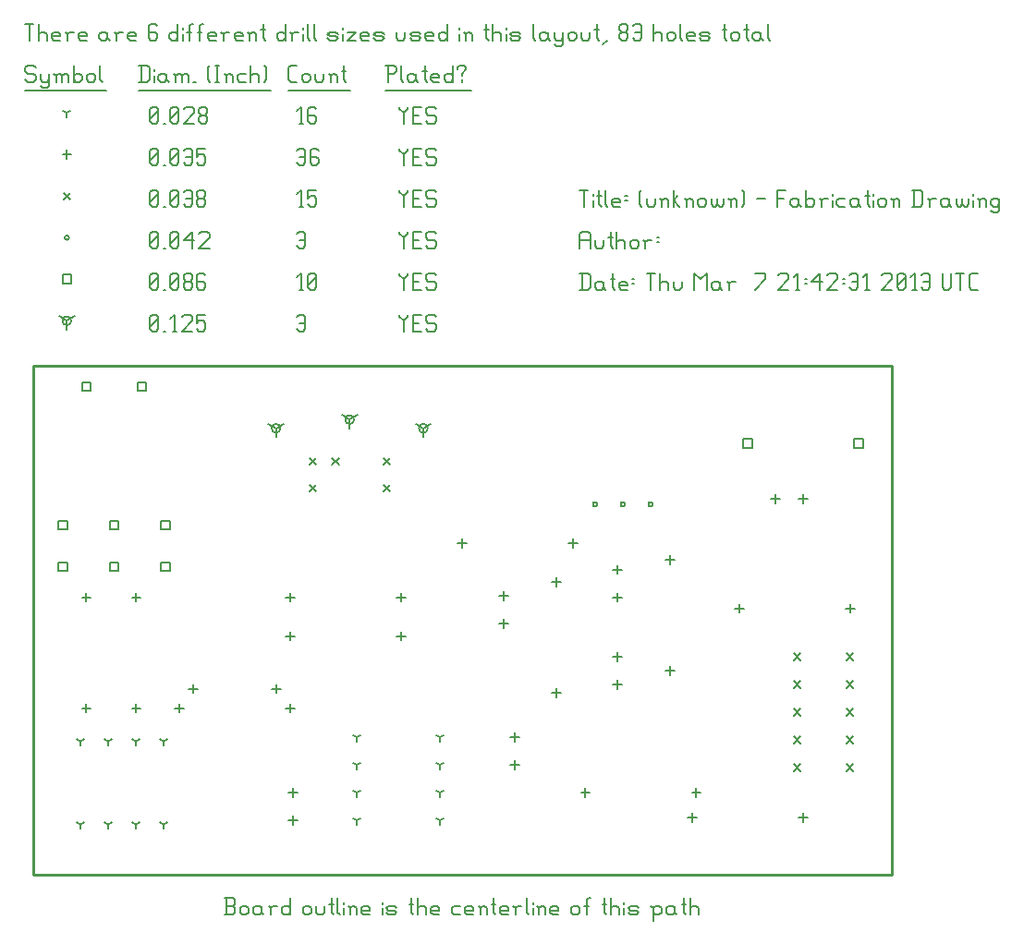
<source format=gbr>
G04 start of page 9 for group -3984 idx -3984 *
G04 Title: (unknown), fab *
G04 Creator: pcb 20110918 *
G04 CreationDate: Thu Mar  7 21:42:31 2013 UTC *
G04 For: fosse *
G04 Format: Gerber/RS-274X *
G04 PCB-Dimensions: 316500 193500 *
G04 PCB-Coordinate-Origin: lower left *
%MOIN*%
%FSLAX25Y25*%
%LNFAB*%
%ADD83C,0.0100*%
%ADD82C,0.0060*%
%ADD81C,0.0080*%
G54D81*X117000Y169083D02*Y165883D01*
Y169083D02*X119773Y170683D01*
X117000Y169083D02*X114227Y170683D01*
X115400Y169083D02*G75*G03X118600Y169083I1600J0D01*G01*
G75*G03X115400Y169083I-1600J0D01*G01*
X90425Y165933D02*Y162733D01*
Y165933D02*X93198Y167533D01*
X90425Y165933D02*X87652Y167533D01*
X88825Y165933D02*G75*G03X92025Y165933I1600J0D01*G01*
G75*G03X88825Y165933I-1600J0D01*G01*
X143575D02*Y162733D01*
Y165933D02*X146348Y167533D01*
X143575Y165933D02*X140802Y167533D01*
X141975Y165933D02*G75*G03X145175Y165933I1600J0D01*G01*
G75*G03X141975Y165933I-1600J0D01*G01*
X15000Y204750D02*Y201550D01*
Y204750D02*X17773Y206350D01*
X15000Y204750D02*X12227Y206350D01*
X13400Y204750D02*G75*G03X16600Y204750I1600J0D01*G01*
G75*G03X13400Y204750I-1600J0D01*G01*
G54D82*X135000Y207000D02*Y206250D01*
X136500Y204750D01*
X138000Y206250D01*
Y207000D02*Y206250D01*
X136500Y204750D02*Y201000D01*
X139800Y204000D02*X142050D01*
X139800Y201000D02*X142800D01*
X139800Y207000D02*Y201000D01*
Y207000D02*X142800D01*
X147600D02*X148350Y206250D01*
X145350Y207000D02*X147600D01*
X144600Y206250D02*X145350Y207000D01*
X144600Y206250D02*Y204750D01*
X145350Y204000D01*
X147600D01*
X148350Y203250D01*
Y201750D01*
X147600Y201000D02*X148350Y201750D01*
X145350Y201000D02*X147600D01*
X144600Y201750D02*X145350Y201000D01*
X98000Y206250D02*X98750Y207000D01*
X100250D01*
X101000Y206250D01*
Y201750D01*
X100250Y201000D02*X101000Y201750D01*
X98750Y201000D02*X100250D01*
X98000Y201750D02*X98750Y201000D01*
Y204000D02*X101000D01*
X45000Y201750D02*X45750Y201000D01*
X45000Y206250D02*Y201750D01*
Y206250D02*X45750Y207000D01*
X47250D01*
X48000Y206250D01*
Y201750D01*
X47250Y201000D02*X48000Y201750D01*
X45750Y201000D02*X47250D01*
X45000Y202500D02*X48000Y205500D01*
X49800Y201000D02*X50550D01*
X53100D02*X54600D01*
X53850Y207000D02*Y201000D01*
X52350Y205500D02*X53850Y207000D01*
X56400Y206250D02*X57150Y207000D01*
X59400D01*
X60150Y206250D01*
Y204750D01*
X56400Y201000D02*X60150Y204750D01*
X56400Y201000D02*X60150D01*
X61950Y207000D02*X64950D01*
X61950D02*Y204000D01*
X62700Y204750D01*
X64200D01*
X64950Y204000D01*
Y201750D01*
X64200Y201000D02*X64950Y201750D01*
X62700Y201000D02*X64200D01*
X61950Y201750D02*X62700Y201000D01*
X258900Y162100D02*X262100D01*
X258900D02*Y158900D01*
X262100D01*
Y162100D02*Y158900D01*
X298900Y162100D02*X302100D01*
X298900D02*Y158900D01*
X302100D01*
Y162100D02*Y158900D01*
X20400Y182600D02*X23600D01*
X20400D02*Y179400D01*
X23600D01*
Y182600D02*Y179400D01*
X40400Y182600D02*X43600D01*
X40400D02*Y179400D01*
X43600D01*
Y182600D02*Y179400D01*
X30400Y132600D02*X33600D01*
X30400D02*Y129400D01*
X33600D01*
Y132600D02*Y129400D01*
X11900Y132600D02*X15100D01*
X11900D02*Y129400D01*
X15100D01*
Y132600D02*Y129400D01*
X48900Y132600D02*X52100D01*
X48900D02*Y129400D01*
X52100D01*
Y132600D02*Y129400D01*
X11900Y117600D02*X15100D01*
X11900D02*Y114400D01*
X15100D01*
Y117600D02*Y114400D01*
X30400Y117600D02*X33600D01*
X30400D02*Y114400D01*
X33600D01*
Y117600D02*Y114400D01*
X48900Y117600D02*X52100D01*
X48900D02*Y114400D01*
X52100D01*
Y117600D02*Y114400D01*
X13400Y221350D02*X16600D01*
X13400D02*Y218150D01*
X16600D01*
Y221350D02*Y218150D01*
X135000Y222000D02*Y221250D01*
X136500Y219750D01*
X138000Y221250D01*
Y222000D02*Y221250D01*
X136500Y219750D02*Y216000D01*
X139800Y219000D02*X142050D01*
X139800Y216000D02*X142800D01*
X139800Y222000D02*Y216000D01*
Y222000D02*X142800D01*
X147600D02*X148350Y221250D01*
X145350Y222000D02*X147600D01*
X144600Y221250D02*X145350Y222000D01*
X144600Y221250D02*Y219750D01*
X145350Y219000D01*
X147600D01*
X148350Y218250D01*
Y216750D01*
X147600Y216000D02*X148350Y216750D01*
X145350Y216000D02*X147600D01*
X144600Y216750D02*X145350Y216000D01*
X98750D02*X100250D01*
X99500Y222000D02*Y216000D01*
X98000Y220500D02*X99500Y222000D01*
X102050Y216750D02*X102800Y216000D01*
X102050Y221250D02*Y216750D01*
Y221250D02*X102800Y222000D01*
X104300D01*
X105050Y221250D01*
Y216750D01*
X104300Y216000D02*X105050Y216750D01*
X102800Y216000D02*X104300D01*
X102050Y217500D02*X105050Y220500D01*
X45000Y216750D02*X45750Y216000D01*
X45000Y221250D02*Y216750D01*
Y221250D02*X45750Y222000D01*
X47250D01*
X48000Y221250D01*
Y216750D01*
X47250Y216000D02*X48000Y216750D01*
X45750Y216000D02*X47250D01*
X45000Y217500D02*X48000Y220500D01*
X49800Y216000D02*X50550D01*
X52350Y216750D02*X53100Y216000D01*
X52350Y221250D02*Y216750D01*
Y221250D02*X53100Y222000D01*
X54600D01*
X55350Y221250D01*
Y216750D01*
X54600Y216000D02*X55350Y216750D01*
X53100Y216000D02*X54600D01*
X52350Y217500D02*X55350Y220500D01*
X57150Y216750D02*X57900Y216000D01*
X57150Y218250D02*Y216750D01*
Y218250D02*X57900Y219000D01*
X59400D01*
X60150Y218250D01*
Y216750D01*
X59400Y216000D02*X60150Y216750D01*
X57900Y216000D02*X59400D01*
X57150Y219750D02*X57900Y219000D01*
X57150Y221250D02*Y219750D01*
Y221250D02*X57900Y222000D01*
X59400D01*
X60150Y221250D01*
Y219750D01*
X59400Y219000D02*X60150Y219750D01*
X64200Y222000D02*X64950Y221250D01*
X62700Y222000D02*X64200D01*
X61950Y221250D02*X62700Y222000D01*
X61950Y221250D02*Y216750D01*
X62700Y216000D01*
X64200Y219000D02*X64950Y218250D01*
X61950Y219000D02*X64200D01*
X62700Y216000D02*X64200D01*
X64950Y216750D01*
Y218250D02*Y216750D01*
X204700Y138500D02*G75*G03X206300Y138500I800J0D01*G01*
G75*G03X204700Y138500I-800J0D01*G01*
X214700D02*G75*G03X216300Y138500I800J0D01*G01*
G75*G03X214700Y138500I-800J0D01*G01*
X224700D02*G75*G03X226300Y138500I800J0D01*G01*
G75*G03X224700Y138500I-800J0D01*G01*
X14200Y234750D02*G75*G03X15800Y234750I800J0D01*G01*
G75*G03X14200Y234750I-800J0D01*G01*
X135000Y237000D02*Y236250D01*
X136500Y234750D01*
X138000Y236250D01*
Y237000D02*Y236250D01*
X136500Y234750D02*Y231000D01*
X139800Y234000D02*X142050D01*
X139800Y231000D02*X142800D01*
X139800Y237000D02*Y231000D01*
Y237000D02*X142800D01*
X147600D02*X148350Y236250D01*
X145350Y237000D02*X147600D01*
X144600Y236250D02*X145350Y237000D01*
X144600Y236250D02*Y234750D01*
X145350Y234000D01*
X147600D01*
X148350Y233250D01*
Y231750D01*
X147600Y231000D02*X148350Y231750D01*
X145350Y231000D02*X147600D01*
X144600Y231750D02*X145350Y231000D01*
X98000Y236250D02*X98750Y237000D01*
X100250D01*
X101000Y236250D01*
Y231750D01*
X100250Y231000D02*X101000Y231750D01*
X98750Y231000D02*X100250D01*
X98000Y231750D02*X98750Y231000D01*
Y234000D02*X101000D01*
X45000Y231750D02*X45750Y231000D01*
X45000Y236250D02*Y231750D01*
Y236250D02*X45750Y237000D01*
X47250D01*
X48000Y236250D01*
Y231750D01*
X47250Y231000D02*X48000Y231750D01*
X45750Y231000D02*X47250D01*
X45000Y232500D02*X48000Y235500D01*
X49800Y231000D02*X50550D01*
X52350Y231750D02*X53100Y231000D01*
X52350Y236250D02*Y231750D01*
Y236250D02*X53100Y237000D01*
X54600D01*
X55350Y236250D01*
Y231750D01*
X54600Y231000D02*X55350Y231750D01*
X53100Y231000D02*X54600D01*
X52350Y232500D02*X55350Y235500D01*
X57150Y234000D02*X60150Y237000D01*
X57150Y234000D02*X60900D01*
X60150Y237000D02*Y231000D01*
X62700Y236250D02*X63450Y237000D01*
X65700D01*
X66450Y236250D01*
Y234750D01*
X62700Y231000D02*X66450Y234750D01*
X62700Y231000D02*X66450D01*
X296300Y84700D02*X298700Y82300D01*
X296300D02*X298700Y84700D01*
X296300Y74700D02*X298700Y72300D01*
X296300D02*X298700Y74700D01*
X296300Y64700D02*X298700Y62300D01*
X296300D02*X298700Y64700D01*
X296300Y54700D02*X298700Y52300D01*
X296300D02*X298700Y54700D01*
X296300Y44700D02*X298700Y42300D01*
X296300D02*X298700Y44700D01*
X102414Y145480D02*X104814Y143080D01*
X102414D02*X104814Y145480D01*
X110682Y155322D02*X113082Y152922D01*
X110682D02*X113082Y155322D01*
X102414D02*X104814Y152922D01*
X102414D02*X104814Y155322D01*
X129186D02*X131586Y152922D01*
X129186D02*X131586Y155322D01*
X129186Y145480D02*X131586Y143080D01*
X129186D02*X131586Y145480D01*
X277300Y84700D02*X279700Y82300D01*
X277300D02*X279700Y84700D01*
X277300Y74700D02*X279700Y72300D01*
X277300D02*X279700Y74700D01*
X277300Y64700D02*X279700Y62300D01*
X277300D02*X279700Y64700D01*
X277300Y54700D02*X279700Y52300D01*
X277300D02*X279700Y54700D01*
X277300Y44700D02*X279700Y42300D01*
X277300D02*X279700Y44700D01*
X13800Y250950D02*X16200Y248550D01*
X13800D02*X16200Y250950D01*
X135000Y252000D02*Y251250D01*
X136500Y249750D01*
X138000Y251250D01*
Y252000D02*Y251250D01*
X136500Y249750D02*Y246000D01*
X139800Y249000D02*X142050D01*
X139800Y246000D02*X142800D01*
X139800Y252000D02*Y246000D01*
Y252000D02*X142800D01*
X147600D02*X148350Y251250D01*
X145350Y252000D02*X147600D01*
X144600Y251250D02*X145350Y252000D01*
X144600Y251250D02*Y249750D01*
X145350Y249000D01*
X147600D01*
X148350Y248250D01*
Y246750D01*
X147600Y246000D02*X148350Y246750D01*
X145350Y246000D02*X147600D01*
X144600Y246750D02*X145350Y246000D01*
X98750D02*X100250D01*
X99500Y252000D02*Y246000D01*
X98000Y250500D02*X99500Y252000D01*
X102050D02*X105050D01*
X102050D02*Y249000D01*
X102800Y249750D01*
X104300D01*
X105050Y249000D01*
Y246750D01*
X104300Y246000D02*X105050Y246750D01*
X102800Y246000D02*X104300D01*
X102050Y246750D02*X102800Y246000D01*
X45000Y246750D02*X45750Y246000D01*
X45000Y251250D02*Y246750D01*
Y251250D02*X45750Y252000D01*
X47250D01*
X48000Y251250D01*
Y246750D01*
X47250Y246000D02*X48000Y246750D01*
X45750Y246000D02*X47250D01*
X45000Y247500D02*X48000Y250500D01*
X49800Y246000D02*X50550D01*
X52350Y246750D02*X53100Y246000D01*
X52350Y251250D02*Y246750D01*
Y251250D02*X53100Y252000D01*
X54600D01*
X55350Y251250D01*
Y246750D01*
X54600Y246000D02*X55350Y246750D01*
X53100Y246000D02*X54600D01*
X52350Y247500D02*X55350Y250500D01*
X57150Y251250D02*X57900Y252000D01*
X59400D01*
X60150Y251250D01*
Y246750D01*
X59400Y246000D02*X60150Y246750D01*
X57900Y246000D02*X59400D01*
X57150Y246750D02*X57900Y246000D01*
Y249000D02*X60150D01*
X61950Y246750D02*X62700Y246000D01*
X61950Y248250D02*Y246750D01*
Y248250D02*X62700Y249000D01*
X64200D01*
X64950Y248250D01*
Y246750D01*
X64200Y246000D02*X64950Y246750D01*
X62700Y246000D02*X64200D01*
X61950Y249750D02*X62700Y249000D01*
X61950Y251250D02*Y249750D01*
Y251250D02*X62700Y252000D01*
X64200D01*
X64950Y251250D01*
Y249750D01*
X64200Y249000D02*X64950Y249750D01*
X270500Y142100D02*Y138900D01*
X268900Y140500D02*X272100D01*
X280500Y142100D02*Y138900D01*
X278900Y140500D02*X282100D01*
X191500Y72100D02*Y68900D01*
X189900Y70500D02*X193100D01*
X191500Y112100D02*Y108900D01*
X189900Y110500D02*X193100D01*
X172500Y97100D02*Y93900D01*
X170900Y95500D02*X174100D01*
X172500Y107100D02*Y103900D01*
X170900Y105500D02*X174100D01*
X96500Y26100D02*Y22900D01*
X94900Y24500D02*X98100D01*
X96500Y36100D02*Y32900D01*
X94900Y34500D02*X98100D01*
X40000Y106600D02*Y103400D01*
X38400Y105000D02*X41600D01*
X40000Y66600D02*Y63400D01*
X38400Y65000D02*X41600D01*
X176500Y46100D02*Y42900D01*
X174900Y44500D02*X178100D01*
X176500Y56100D02*Y52900D01*
X174900Y54500D02*X178100D01*
X157500Y126100D02*Y122900D01*
X155900Y124500D02*X159100D01*
X197500Y126100D02*Y122900D01*
X195900Y124500D02*X199100D01*
X60500Y73600D02*Y70400D01*
X58900Y72000D02*X62100D01*
X90500Y73600D02*Y70400D01*
X88900Y72000D02*X92100D01*
X213500Y106600D02*Y103400D01*
X211900Y105000D02*X215100D01*
X213500Y116600D02*Y113400D01*
X211900Y115000D02*X215100D01*
X232500Y80100D02*Y76900D01*
X230900Y78500D02*X234100D01*
X232500Y120100D02*Y116900D01*
X230900Y118500D02*X234100D01*
X213500Y75100D02*Y71900D01*
X211900Y73500D02*X215100D01*
X213500Y85100D02*Y81900D01*
X211900Y83500D02*X215100D01*
X22000Y106600D02*Y103400D01*
X20400Y105000D02*X23600D01*
X22000Y66600D02*Y63400D01*
X20400Y65000D02*X23600D01*
X202000Y36100D02*Y32900D01*
X200400Y34500D02*X203600D01*
X242000Y36100D02*Y32900D01*
X240400Y34500D02*X243600D01*
X135500Y106600D02*Y103400D01*
X133900Y105000D02*X137100D01*
X95500Y106600D02*Y103400D01*
X93900Y105000D02*X97100D01*
X135500Y92600D02*Y89400D01*
X133900Y91000D02*X137100D01*
X95500Y92600D02*Y89400D01*
X93900Y91000D02*X97100D01*
X55500Y66600D02*Y63400D01*
X53900Y65000D02*X57100D01*
X95500Y66600D02*Y63400D01*
X93900Y65000D02*X97100D01*
X257500Y102600D02*Y99400D01*
X255900Y101000D02*X259100D01*
X297500Y102600D02*Y99400D01*
X295900Y101000D02*X299100D01*
X240500Y27100D02*Y23900D01*
X238900Y25500D02*X242100D01*
X280500Y27100D02*Y23900D01*
X278900Y25500D02*X282100D01*
X15000Y266350D02*Y263150D01*
X13400Y264750D02*X16600D01*
X135000Y267000D02*Y266250D01*
X136500Y264750D01*
X138000Y266250D01*
Y267000D02*Y266250D01*
X136500Y264750D02*Y261000D01*
X139800Y264000D02*X142050D01*
X139800Y261000D02*X142800D01*
X139800Y267000D02*Y261000D01*
Y267000D02*X142800D01*
X147600D02*X148350Y266250D01*
X145350Y267000D02*X147600D01*
X144600Y266250D02*X145350Y267000D01*
X144600Y266250D02*Y264750D01*
X145350Y264000D01*
X147600D01*
X148350Y263250D01*
Y261750D01*
X147600Y261000D02*X148350Y261750D01*
X145350Y261000D02*X147600D01*
X144600Y261750D02*X145350Y261000D01*
X98000Y266250D02*X98750Y267000D01*
X100250D01*
X101000Y266250D01*
Y261750D01*
X100250Y261000D02*X101000Y261750D01*
X98750Y261000D02*X100250D01*
X98000Y261750D02*X98750Y261000D01*
Y264000D02*X101000D01*
X105050Y267000D02*X105800Y266250D01*
X103550Y267000D02*X105050D01*
X102800Y266250D02*X103550Y267000D01*
X102800Y266250D02*Y261750D01*
X103550Y261000D01*
X105050Y264000D02*X105800Y263250D01*
X102800Y264000D02*X105050D01*
X103550Y261000D02*X105050D01*
X105800Y261750D01*
Y263250D02*Y261750D01*
X45000D02*X45750Y261000D01*
X45000Y266250D02*Y261750D01*
Y266250D02*X45750Y267000D01*
X47250D01*
X48000Y266250D01*
Y261750D01*
X47250Y261000D02*X48000Y261750D01*
X45750Y261000D02*X47250D01*
X45000Y262500D02*X48000Y265500D01*
X49800Y261000D02*X50550D01*
X52350Y261750D02*X53100Y261000D01*
X52350Y266250D02*Y261750D01*
Y266250D02*X53100Y267000D01*
X54600D01*
X55350Y266250D01*
Y261750D01*
X54600Y261000D02*X55350Y261750D01*
X53100Y261000D02*X54600D01*
X52350Y262500D02*X55350Y265500D01*
X57150Y266250D02*X57900Y267000D01*
X59400D01*
X60150Y266250D01*
Y261750D01*
X59400Y261000D02*X60150Y261750D01*
X57900Y261000D02*X59400D01*
X57150Y261750D02*X57900Y261000D01*
Y264000D02*X60150D01*
X61950Y267000D02*X64950D01*
X61950D02*Y264000D01*
X62700Y264750D01*
X64200D01*
X64950Y264000D01*
Y261750D01*
X64200Y261000D02*X64950Y261750D01*
X62700Y261000D02*X64200D01*
X61950Y261750D02*X62700Y261000D01*
X50000Y53000D02*Y51400D01*
Y53000D02*X51387Y53800D01*
X50000Y53000D02*X48613Y53800D01*
X40000Y53000D02*Y51400D01*
Y53000D02*X41387Y53800D01*
X40000Y53000D02*X38613Y53800D01*
X30000Y53000D02*Y51400D01*
Y53000D02*X31387Y53800D01*
X30000Y53000D02*X28613Y53800D01*
X20000Y53000D02*Y51400D01*
Y53000D02*X21387Y53800D01*
X20000Y53000D02*X18613Y53800D01*
X20000Y23000D02*Y21400D01*
Y23000D02*X21387Y23800D01*
X20000Y23000D02*X18613Y23800D01*
X30000Y23000D02*Y21400D01*
Y23000D02*X31387Y23800D01*
X30000Y23000D02*X28613Y23800D01*
X40000Y23000D02*Y21400D01*
Y23000D02*X41387Y23800D01*
X40000Y23000D02*X38613Y23800D01*
X50000Y23000D02*Y21400D01*
Y23000D02*X51387Y23800D01*
X50000Y23000D02*X48613Y23800D01*
X119500Y54500D02*Y52900D01*
Y54500D02*X120887Y55300D01*
X119500Y54500D02*X118113Y55300D01*
X119500Y44500D02*Y42900D01*
Y44500D02*X120887Y45300D01*
X119500Y44500D02*X118113Y45300D01*
X119500Y34500D02*Y32900D01*
Y34500D02*X120887Y35300D01*
X119500Y34500D02*X118113Y35300D01*
X119500Y24500D02*Y22900D01*
Y24500D02*X120887Y25300D01*
X119500Y24500D02*X118113Y25300D01*
X149500Y24500D02*Y22900D01*
Y24500D02*X150887Y25300D01*
X149500Y24500D02*X148113Y25300D01*
X149500Y34500D02*Y32900D01*
Y34500D02*X150887Y35300D01*
X149500Y34500D02*X148113Y35300D01*
X149500Y44500D02*Y42900D01*
Y44500D02*X150887Y45300D01*
X149500Y44500D02*X148113Y45300D01*
X149500Y54500D02*Y52900D01*
Y54500D02*X150887Y55300D01*
X149500Y54500D02*X148113Y55300D01*
X15000Y279750D02*Y278150D01*
Y279750D02*X16387Y280550D01*
X15000Y279750D02*X13613Y280550D01*
X135000Y282000D02*Y281250D01*
X136500Y279750D01*
X138000Y281250D01*
Y282000D02*Y281250D01*
X136500Y279750D02*Y276000D01*
X139800Y279000D02*X142050D01*
X139800Y276000D02*X142800D01*
X139800Y282000D02*Y276000D01*
Y282000D02*X142800D01*
X147600D02*X148350Y281250D01*
X145350Y282000D02*X147600D01*
X144600Y281250D02*X145350Y282000D01*
X144600Y281250D02*Y279750D01*
X145350Y279000D01*
X147600D01*
X148350Y278250D01*
Y276750D01*
X147600Y276000D02*X148350Y276750D01*
X145350Y276000D02*X147600D01*
X144600Y276750D02*X145350Y276000D01*
X98750D02*X100250D01*
X99500Y282000D02*Y276000D01*
X98000Y280500D02*X99500Y282000D01*
X104300D02*X105050Y281250D01*
X102800Y282000D02*X104300D01*
X102050Y281250D02*X102800Y282000D01*
X102050Y281250D02*Y276750D01*
X102800Y276000D01*
X104300Y279000D02*X105050Y278250D01*
X102050Y279000D02*X104300D01*
X102800Y276000D02*X104300D01*
X105050Y276750D01*
Y278250D02*Y276750D01*
X45000D02*X45750Y276000D01*
X45000Y281250D02*Y276750D01*
Y281250D02*X45750Y282000D01*
X47250D01*
X48000Y281250D01*
Y276750D01*
X47250Y276000D02*X48000Y276750D01*
X45750Y276000D02*X47250D01*
X45000Y277500D02*X48000Y280500D01*
X49800Y276000D02*X50550D01*
X52350Y276750D02*X53100Y276000D01*
X52350Y281250D02*Y276750D01*
Y281250D02*X53100Y282000D01*
X54600D01*
X55350Y281250D01*
Y276750D01*
X54600Y276000D02*X55350Y276750D01*
X53100Y276000D02*X54600D01*
X52350Y277500D02*X55350Y280500D01*
X57150Y281250D02*X57900Y282000D01*
X60150D01*
X60900Y281250D01*
Y279750D01*
X57150Y276000D02*X60900Y279750D01*
X57150Y276000D02*X60900D01*
X62700Y276750D02*X63450Y276000D01*
X62700Y278250D02*Y276750D01*
Y278250D02*X63450Y279000D01*
X64950D01*
X65700Y278250D01*
Y276750D01*
X64950Y276000D02*X65700Y276750D01*
X63450Y276000D02*X64950D01*
X62700Y279750D02*X63450Y279000D01*
X62700Y281250D02*Y279750D01*
Y281250D02*X63450Y282000D01*
X64950D01*
X65700Y281250D01*
Y279750D01*
X64950Y279000D02*X65700Y279750D01*
X3000Y297000D02*X3750Y296250D01*
X750Y297000D02*X3000D01*
X0Y296250D02*X750Y297000D01*
X0Y296250D02*Y294750D01*
X750Y294000D01*
X3000D01*
X3750Y293250D01*
Y291750D01*
X3000Y291000D02*X3750Y291750D01*
X750Y291000D02*X3000D01*
X0Y291750D02*X750Y291000D01*
X5550Y294000D02*Y291750D01*
X6300Y291000D01*
X8550Y294000D02*Y289500D01*
X7800Y288750D02*X8550Y289500D01*
X6300Y288750D02*X7800D01*
X5550Y289500D02*X6300Y288750D01*
Y291000D02*X7800D01*
X8550Y291750D01*
X11100Y293250D02*Y291000D01*
Y293250D02*X11850Y294000D01*
X12600D01*
X13350Y293250D01*
Y291000D01*
Y293250D02*X14100Y294000D01*
X14850D01*
X15600Y293250D01*
Y291000D01*
X10350Y294000D02*X11100Y293250D01*
X17400Y297000D02*Y291000D01*
Y291750D02*X18150Y291000D01*
X19650D01*
X20400Y291750D01*
Y293250D02*Y291750D01*
X19650Y294000D02*X20400Y293250D01*
X18150Y294000D02*X19650D01*
X17400Y293250D02*X18150Y294000D01*
X22200Y293250D02*Y291750D01*
Y293250D02*X22950Y294000D01*
X24450D01*
X25200Y293250D01*
Y291750D01*
X24450Y291000D02*X25200Y291750D01*
X22950Y291000D02*X24450D01*
X22200Y291750D02*X22950Y291000D01*
X27000Y297000D02*Y291750D01*
X27750Y291000D01*
X0Y287750D02*X29250D01*
X41750Y297000D02*Y291000D01*
X44000Y297000D02*X44750Y296250D01*
Y291750D01*
X44000Y291000D02*X44750Y291750D01*
X41000Y291000D02*X44000D01*
X41000Y297000D02*X44000D01*
X46550Y295500D02*Y294750D01*
Y293250D02*Y291000D01*
X50300Y294000D02*X51050Y293250D01*
X48800Y294000D02*X50300D01*
X48050Y293250D02*X48800Y294000D01*
X48050Y293250D02*Y291750D01*
X48800Y291000D01*
X51050Y294000D02*Y291750D01*
X51800Y291000D01*
X48800D02*X50300D01*
X51050Y291750D01*
X54350Y293250D02*Y291000D01*
Y293250D02*X55100Y294000D01*
X55850D01*
X56600Y293250D01*
Y291000D01*
Y293250D02*X57350Y294000D01*
X58100D01*
X58850Y293250D01*
Y291000D01*
X53600Y294000D02*X54350Y293250D01*
X60650Y291000D02*X61400D01*
X65900Y291750D02*X66650Y291000D01*
X65900Y296250D02*X66650Y297000D01*
X65900Y296250D02*Y291750D01*
X68450Y297000D02*X69950D01*
X69200D02*Y291000D01*
X68450D02*X69950D01*
X72500Y293250D02*Y291000D01*
Y293250D02*X73250Y294000D01*
X74000D01*
X74750Y293250D01*
Y291000D01*
X71750Y294000D02*X72500Y293250D01*
X77300Y294000D02*X79550D01*
X76550Y293250D02*X77300Y294000D01*
X76550Y293250D02*Y291750D01*
X77300Y291000D01*
X79550D01*
X81350Y297000D02*Y291000D01*
Y293250D02*X82100Y294000D01*
X83600D01*
X84350Y293250D01*
Y291000D01*
X86150Y297000D02*X86900Y296250D01*
Y291750D01*
X86150Y291000D02*X86900Y291750D01*
X41000Y287750D02*X88700D01*
X95750Y291000D02*X98000D01*
X95000Y291750D02*X95750Y291000D01*
X95000Y296250D02*Y291750D01*
Y296250D02*X95750Y297000D01*
X98000D01*
X99800Y293250D02*Y291750D01*
Y293250D02*X100550Y294000D01*
X102050D01*
X102800Y293250D01*
Y291750D01*
X102050Y291000D02*X102800Y291750D01*
X100550Y291000D02*X102050D01*
X99800Y291750D02*X100550Y291000D01*
X104600Y294000D02*Y291750D01*
X105350Y291000D01*
X106850D01*
X107600Y291750D01*
Y294000D02*Y291750D01*
X110150Y293250D02*Y291000D01*
Y293250D02*X110900Y294000D01*
X111650D01*
X112400Y293250D01*
Y291000D01*
X109400Y294000D02*X110150Y293250D01*
X114950Y297000D02*Y291750D01*
X115700Y291000D01*
X114200Y294750D02*X115700D01*
X95000Y287750D02*X117200D01*
X130750Y297000D02*Y291000D01*
X130000Y297000D02*X133000D01*
X133750Y296250D01*
Y294750D01*
X133000Y294000D02*X133750Y294750D01*
X130750Y294000D02*X133000D01*
X135550Y297000D02*Y291750D01*
X136300Y291000D01*
X140050Y294000D02*X140800Y293250D01*
X138550Y294000D02*X140050D01*
X137800Y293250D02*X138550Y294000D01*
X137800Y293250D02*Y291750D01*
X138550Y291000D01*
X140800Y294000D02*Y291750D01*
X141550Y291000D01*
X138550D02*X140050D01*
X140800Y291750D01*
X144100Y297000D02*Y291750D01*
X144850Y291000D01*
X143350Y294750D02*X144850D01*
X147100Y291000D02*X149350D01*
X146350Y291750D02*X147100Y291000D01*
X146350Y293250D02*Y291750D01*
Y293250D02*X147100Y294000D01*
X148600D01*
X149350Y293250D01*
X146350Y292500D02*X149350D01*
Y293250D02*Y292500D01*
X154150Y297000D02*Y291000D01*
X153400D02*X154150Y291750D01*
X151900Y291000D02*X153400D01*
X151150Y291750D02*X151900Y291000D01*
X151150Y293250D02*Y291750D01*
Y293250D02*X151900Y294000D01*
X153400D01*
X154150Y293250D01*
X157450Y294000D02*Y293250D01*
Y291750D02*Y291000D01*
X155950Y296250D02*Y295500D01*
Y296250D02*X156700Y297000D01*
X158200D01*
X158950Y296250D01*
Y295500D01*
X157450Y294000D02*X158950Y295500D01*
X130000Y287750D02*X160750D01*
X0Y312000D02*X3000D01*
X1500D02*Y306000D01*
X4800Y312000D02*Y306000D01*
Y308250D02*X5550Y309000D01*
X7050D01*
X7800Y308250D01*
Y306000D01*
X10350D02*X12600D01*
X9600Y306750D02*X10350Y306000D01*
X9600Y308250D02*Y306750D01*
Y308250D02*X10350Y309000D01*
X11850D01*
X12600Y308250D01*
X9600Y307500D02*X12600D01*
Y308250D02*Y307500D01*
X15150Y308250D02*Y306000D01*
Y308250D02*X15900Y309000D01*
X17400D01*
X14400D02*X15150Y308250D01*
X19950Y306000D02*X22200D01*
X19200Y306750D02*X19950Y306000D01*
X19200Y308250D02*Y306750D01*
Y308250D02*X19950Y309000D01*
X21450D01*
X22200Y308250D01*
X19200Y307500D02*X22200D01*
Y308250D02*Y307500D01*
X28950Y309000D02*X29700Y308250D01*
X27450Y309000D02*X28950D01*
X26700Y308250D02*X27450Y309000D01*
X26700Y308250D02*Y306750D01*
X27450Y306000D01*
X29700Y309000D02*Y306750D01*
X30450Y306000D01*
X27450D02*X28950D01*
X29700Y306750D01*
X33000Y308250D02*Y306000D01*
Y308250D02*X33750Y309000D01*
X35250D01*
X32250D02*X33000Y308250D01*
X37800Y306000D02*X40050D01*
X37050Y306750D02*X37800Y306000D01*
X37050Y308250D02*Y306750D01*
Y308250D02*X37800Y309000D01*
X39300D01*
X40050Y308250D01*
X37050Y307500D02*X40050D01*
Y308250D02*Y307500D01*
X46800Y312000D02*X47550Y311250D01*
X45300Y312000D02*X46800D01*
X44550Y311250D02*X45300Y312000D01*
X44550Y311250D02*Y306750D01*
X45300Y306000D01*
X46800Y309000D02*X47550Y308250D01*
X44550Y309000D02*X46800D01*
X45300Y306000D02*X46800D01*
X47550Y306750D01*
Y308250D02*Y306750D01*
X55050Y312000D02*Y306000D01*
X54300D02*X55050Y306750D01*
X52800Y306000D02*X54300D01*
X52050Y306750D02*X52800Y306000D01*
X52050Y308250D02*Y306750D01*
Y308250D02*X52800Y309000D01*
X54300D01*
X55050Y308250D01*
X56850Y310500D02*Y309750D01*
Y308250D02*Y306000D01*
X59100Y311250D02*Y306000D01*
Y311250D02*X59850Y312000D01*
X60600D01*
X58350Y309000D02*X59850D01*
X62850Y311250D02*Y306000D01*
Y311250D02*X63600Y312000D01*
X64350D01*
X62100Y309000D02*X63600D01*
X66600Y306000D02*X68850D01*
X65850Y306750D02*X66600Y306000D01*
X65850Y308250D02*Y306750D01*
Y308250D02*X66600Y309000D01*
X68100D01*
X68850Y308250D01*
X65850Y307500D02*X68850D01*
Y308250D02*Y307500D01*
X71400Y308250D02*Y306000D01*
Y308250D02*X72150Y309000D01*
X73650D01*
X70650D02*X71400Y308250D01*
X76200Y306000D02*X78450D01*
X75450Y306750D02*X76200Y306000D01*
X75450Y308250D02*Y306750D01*
Y308250D02*X76200Y309000D01*
X77700D01*
X78450Y308250D01*
X75450Y307500D02*X78450D01*
Y308250D02*Y307500D01*
X81000Y308250D02*Y306000D01*
Y308250D02*X81750Y309000D01*
X82500D01*
X83250Y308250D01*
Y306000D01*
X80250Y309000D02*X81000Y308250D01*
X85800Y312000D02*Y306750D01*
X86550Y306000D01*
X85050Y309750D02*X86550D01*
X93750Y312000D02*Y306000D01*
X93000D02*X93750Y306750D01*
X91500Y306000D02*X93000D01*
X90750Y306750D02*X91500Y306000D01*
X90750Y308250D02*Y306750D01*
Y308250D02*X91500Y309000D01*
X93000D01*
X93750Y308250D01*
X96300D02*Y306000D01*
Y308250D02*X97050Y309000D01*
X98550D01*
X95550D02*X96300Y308250D01*
X100350Y310500D02*Y309750D01*
Y308250D02*Y306000D01*
X101850Y312000D02*Y306750D01*
X102600Y306000D01*
X104100Y312000D02*Y306750D01*
X104850Y306000D01*
X109800D02*X112050D01*
X112800Y306750D01*
X112050Y307500D02*X112800Y306750D01*
X109800Y307500D02*X112050D01*
X109050Y308250D02*X109800Y307500D01*
X109050Y308250D02*X109800Y309000D01*
X112050D01*
X112800Y308250D01*
X109050Y306750D02*X109800Y306000D01*
X114600Y310500D02*Y309750D01*
Y308250D02*Y306000D01*
X116100Y309000D02*X119100D01*
X116100Y306000D02*X119100Y309000D01*
X116100Y306000D02*X119100D01*
X121650D02*X123900D01*
X120900Y306750D02*X121650Y306000D01*
X120900Y308250D02*Y306750D01*
Y308250D02*X121650Y309000D01*
X123150D01*
X123900Y308250D01*
X120900Y307500D02*X123900D01*
Y308250D02*Y307500D01*
X126450Y306000D02*X128700D01*
X129450Y306750D01*
X128700Y307500D02*X129450Y306750D01*
X126450Y307500D02*X128700D01*
X125700Y308250D02*X126450Y307500D01*
X125700Y308250D02*X126450Y309000D01*
X128700D01*
X129450Y308250D01*
X125700Y306750D02*X126450Y306000D01*
X133950Y309000D02*Y306750D01*
X134700Y306000D01*
X136200D01*
X136950Y306750D01*
Y309000D02*Y306750D01*
X139500Y306000D02*X141750D01*
X142500Y306750D01*
X141750Y307500D02*X142500Y306750D01*
X139500Y307500D02*X141750D01*
X138750Y308250D02*X139500Y307500D01*
X138750Y308250D02*X139500Y309000D01*
X141750D01*
X142500Y308250D01*
X138750Y306750D02*X139500Y306000D01*
X145050D02*X147300D01*
X144300Y306750D02*X145050Y306000D01*
X144300Y308250D02*Y306750D01*
Y308250D02*X145050Y309000D01*
X146550D01*
X147300Y308250D01*
X144300Y307500D02*X147300D01*
Y308250D02*Y307500D01*
X152100Y312000D02*Y306000D01*
X151350D02*X152100Y306750D01*
X149850Y306000D02*X151350D01*
X149100Y306750D02*X149850Y306000D01*
X149100Y308250D02*Y306750D01*
Y308250D02*X149850Y309000D01*
X151350D01*
X152100Y308250D01*
X156600Y310500D02*Y309750D01*
Y308250D02*Y306000D01*
X158850Y308250D02*Y306000D01*
Y308250D02*X159600Y309000D01*
X160350D01*
X161100Y308250D01*
Y306000D01*
X158100Y309000D02*X158850Y308250D01*
X166350Y312000D02*Y306750D01*
X167100Y306000D01*
X165600Y309750D02*X167100D01*
X168600Y312000D02*Y306000D01*
Y308250D02*X169350Y309000D01*
X170850D01*
X171600Y308250D01*
Y306000D01*
X173400Y310500D02*Y309750D01*
Y308250D02*Y306000D01*
X175650D02*X177900D01*
X178650Y306750D01*
X177900Y307500D02*X178650Y306750D01*
X175650Y307500D02*X177900D01*
X174900Y308250D02*X175650Y307500D01*
X174900Y308250D02*X175650Y309000D01*
X177900D01*
X178650Y308250D01*
X174900Y306750D02*X175650Y306000D01*
X183150Y312000D02*Y306750D01*
X183900Y306000D01*
X187650Y309000D02*X188400Y308250D01*
X186150Y309000D02*X187650D01*
X185400Y308250D02*X186150Y309000D01*
X185400Y308250D02*Y306750D01*
X186150Y306000D01*
X188400Y309000D02*Y306750D01*
X189150Y306000D01*
X186150D02*X187650D01*
X188400Y306750D01*
X190950Y309000D02*Y306750D01*
X191700Y306000D01*
X193950Y309000D02*Y304500D01*
X193200Y303750D02*X193950Y304500D01*
X191700Y303750D02*X193200D01*
X190950Y304500D02*X191700Y303750D01*
Y306000D02*X193200D01*
X193950Y306750D01*
X195750Y308250D02*Y306750D01*
Y308250D02*X196500Y309000D01*
X198000D01*
X198750Y308250D01*
Y306750D01*
X198000Y306000D02*X198750Y306750D01*
X196500Y306000D02*X198000D01*
X195750Y306750D02*X196500Y306000D01*
X200550Y309000D02*Y306750D01*
X201300Y306000D01*
X202800D01*
X203550Y306750D01*
Y309000D02*Y306750D01*
X206100Y312000D02*Y306750D01*
X206850Y306000D01*
X205350Y309750D02*X206850D01*
X208350Y304500D02*X209850Y306000D01*
X214350Y306750D02*X215100Y306000D01*
X214350Y308250D02*Y306750D01*
Y308250D02*X215100Y309000D01*
X216600D01*
X217350Y308250D01*
Y306750D01*
X216600Y306000D02*X217350Y306750D01*
X215100Y306000D02*X216600D01*
X214350Y309750D02*X215100Y309000D01*
X214350Y311250D02*Y309750D01*
Y311250D02*X215100Y312000D01*
X216600D01*
X217350Y311250D01*
Y309750D01*
X216600Y309000D02*X217350Y309750D01*
X219150Y311250D02*X219900Y312000D01*
X221400D01*
X222150Y311250D01*
Y306750D01*
X221400Y306000D02*X222150Y306750D01*
X219900Y306000D02*X221400D01*
X219150Y306750D02*X219900Y306000D01*
Y309000D02*X222150D01*
X226650Y312000D02*Y306000D01*
Y308250D02*X227400Y309000D01*
X228900D01*
X229650Y308250D01*
Y306000D01*
X231450Y308250D02*Y306750D01*
Y308250D02*X232200Y309000D01*
X233700D01*
X234450Y308250D01*
Y306750D01*
X233700Y306000D02*X234450Y306750D01*
X232200Y306000D02*X233700D01*
X231450Y306750D02*X232200Y306000D01*
X236250Y312000D02*Y306750D01*
X237000Y306000D01*
X239250D02*X241500D01*
X238500Y306750D02*X239250Y306000D01*
X238500Y308250D02*Y306750D01*
Y308250D02*X239250Y309000D01*
X240750D01*
X241500Y308250D01*
X238500Y307500D02*X241500D01*
Y308250D02*Y307500D01*
X244050Y306000D02*X246300D01*
X247050Y306750D01*
X246300Y307500D02*X247050Y306750D01*
X244050Y307500D02*X246300D01*
X243300Y308250D02*X244050Y307500D01*
X243300Y308250D02*X244050Y309000D01*
X246300D01*
X247050Y308250D01*
X243300Y306750D02*X244050Y306000D01*
X252300Y312000D02*Y306750D01*
X253050Y306000D01*
X251550Y309750D02*X253050D01*
X254550Y308250D02*Y306750D01*
Y308250D02*X255300Y309000D01*
X256800D01*
X257550Y308250D01*
Y306750D01*
X256800Y306000D02*X257550Y306750D01*
X255300Y306000D02*X256800D01*
X254550Y306750D02*X255300Y306000D01*
X260100Y312000D02*Y306750D01*
X260850Y306000D01*
X259350Y309750D02*X260850D01*
X264600Y309000D02*X265350Y308250D01*
X263100Y309000D02*X264600D01*
X262350Y308250D02*X263100Y309000D01*
X262350Y308250D02*Y306750D01*
X263100Y306000D01*
X265350Y309000D02*Y306750D01*
X266100Y306000D01*
X263100D02*X264600D01*
X265350Y306750D01*
X267900Y312000D02*Y306750D01*
X268650Y306000D01*
G54D83*X3000Y188500D02*X312500D01*
Y5000D01*
X3000D01*
Y188500D01*
G54D82*X71925Y-9500D02*X74925D01*
X75675Y-8750D01*
Y-7250D02*Y-8750D01*
X74925Y-6500D02*X75675Y-7250D01*
X72675Y-6500D02*X74925D01*
X72675Y-3500D02*Y-9500D01*
X71925Y-3500D02*X74925D01*
X75675Y-4250D01*
Y-5750D01*
X74925Y-6500D02*X75675Y-5750D01*
X77475Y-7250D02*Y-8750D01*
Y-7250D02*X78225Y-6500D01*
X79725D01*
X80475Y-7250D01*
Y-8750D01*
X79725Y-9500D02*X80475Y-8750D01*
X78225Y-9500D02*X79725D01*
X77475Y-8750D02*X78225Y-9500D01*
X84525Y-6500D02*X85275Y-7250D01*
X83025Y-6500D02*X84525D01*
X82275Y-7250D02*X83025Y-6500D01*
X82275Y-7250D02*Y-8750D01*
X83025Y-9500D01*
X85275Y-6500D02*Y-8750D01*
X86025Y-9500D01*
X83025D02*X84525D01*
X85275Y-8750D01*
X88575Y-7250D02*Y-9500D01*
Y-7250D02*X89325Y-6500D01*
X90825D01*
X87825D02*X88575Y-7250D01*
X95625Y-3500D02*Y-9500D01*
X94875D02*X95625Y-8750D01*
X93375Y-9500D02*X94875D01*
X92625Y-8750D02*X93375Y-9500D01*
X92625Y-7250D02*Y-8750D01*
Y-7250D02*X93375Y-6500D01*
X94875D01*
X95625Y-7250D01*
X100125D02*Y-8750D01*
Y-7250D02*X100875Y-6500D01*
X102375D01*
X103125Y-7250D01*
Y-8750D01*
X102375Y-9500D02*X103125Y-8750D01*
X100875Y-9500D02*X102375D01*
X100125Y-8750D02*X100875Y-9500D01*
X104925Y-6500D02*Y-8750D01*
X105675Y-9500D01*
X107175D01*
X107925Y-8750D01*
Y-6500D02*Y-8750D01*
X110475Y-3500D02*Y-8750D01*
X111225Y-9500D01*
X109725Y-5750D02*X111225D01*
X112725Y-3500D02*Y-8750D01*
X113475Y-9500D01*
X114975Y-5000D02*Y-5750D01*
Y-7250D02*Y-9500D01*
X117225Y-7250D02*Y-9500D01*
Y-7250D02*X117975Y-6500D01*
X118725D01*
X119475Y-7250D01*
Y-9500D01*
X116475Y-6500D02*X117225Y-7250D01*
X122025Y-9500D02*X124275D01*
X121275Y-8750D02*X122025Y-9500D01*
X121275Y-7250D02*Y-8750D01*
Y-7250D02*X122025Y-6500D01*
X123525D01*
X124275Y-7250D01*
X121275Y-8000D02*X124275D01*
Y-7250D02*Y-8000D01*
X128775Y-5000D02*Y-5750D01*
Y-7250D02*Y-9500D01*
X131025D02*X133275D01*
X134025Y-8750D01*
X133275Y-8000D02*X134025Y-8750D01*
X131025Y-8000D02*X133275D01*
X130275Y-7250D02*X131025Y-8000D01*
X130275Y-7250D02*X131025Y-6500D01*
X133275D01*
X134025Y-7250D01*
X130275Y-8750D02*X131025Y-9500D01*
X139275Y-3500D02*Y-8750D01*
X140025Y-9500D01*
X138525Y-5750D02*X140025D01*
X141525Y-3500D02*Y-9500D01*
Y-7250D02*X142275Y-6500D01*
X143775D01*
X144525Y-7250D01*
Y-9500D01*
X147075D02*X149325D01*
X146325Y-8750D02*X147075Y-9500D01*
X146325Y-7250D02*Y-8750D01*
Y-7250D02*X147075Y-6500D01*
X148575D01*
X149325Y-7250D01*
X146325Y-8000D02*X149325D01*
Y-7250D02*Y-8000D01*
X154575Y-6500D02*X156825D01*
X153825Y-7250D02*X154575Y-6500D01*
X153825Y-7250D02*Y-8750D01*
X154575Y-9500D01*
X156825D01*
X159375D02*X161625D01*
X158625Y-8750D02*X159375Y-9500D01*
X158625Y-7250D02*Y-8750D01*
Y-7250D02*X159375Y-6500D01*
X160875D01*
X161625Y-7250D01*
X158625Y-8000D02*X161625D01*
Y-7250D02*Y-8000D01*
X164175Y-7250D02*Y-9500D01*
Y-7250D02*X164925Y-6500D01*
X165675D01*
X166425Y-7250D01*
Y-9500D01*
X163425Y-6500D02*X164175Y-7250D01*
X168975Y-3500D02*Y-8750D01*
X169725Y-9500D01*
X168225Y-5750D02*X169725D01*
X171975Y-9500D02*X174225D01*
X171225Y-8750D02*X171975Y-9500D01*
X171225Y-7250D02*Y-8750D01*
Y-7250D02*X171975Y-6500D01*
X173475D01*
X174225Y-7250D01*
X171225Y-8000D02*X174225D01*
Y-7250D02*Y-8000D01*
X176775Y-7250D02*Y-9500D01*
Y-7250D02*X177525Y-6500D01*
X179025D01*
X176025D02*X176775Y-7250D01*
X180825Y-3500D02*Y-8750D01*
X181575Y-9500D01*
X183075Y-5000D02*Y-5750D01*
Y-7250D02*Y-9500D01*
X185325Y-7250D02*Y-9500D01*
Y-7250D02*X186075Y-6500D01*
X186825D01*
X187575Y-7250D01*
Y-9500D01*
X184575Y-6500D02*X185325Y-7250D01*
X190125Y-9500D02*X192375D01*
X189375Y-8750D02*X190125Y-9500D01*
X189375Y-7250D02*Y-8750D01*
Y-7250D02*X190125Y-6500D01*
X191625D01*
X192375Y-7250D01*
X189375Y-8000D02*X192375D01*
Y-7250D02*Y-8000D01*
X196875Y-7250D02*Y-8750D01*
Y-7250D02*X197625Y-6500D01*
X199125D01*
X199875Y-7250D01*
Y-8750D01*
X199125Y-9500D02*X199875Y-8750D01*
X197625Y-9500D02*X199125D01*
X196875Y-8750D02*X197625Y-9500D01*
X202425Y-4250D02*Y-9500D01*
Y-4250D02*X203175Y-3500D01*
X203925D01*
X201675Y-6500D02*X203175D01*
X208875Y-3500D02*Y-8750D01*
X209625Y-9500D01*
X208125Y-5750D02*X209625D01*
X211125Y-3500D02*Y-9500D01*
Y-7250D02*X211875Y-6500D01*
X213375D01*
X214125Y-7250D01*
Y-9500D01*
X215925Y-5000D02*Y-5750D01*
Y-7250D02*Y-9500D01*
X218175D02*X220425D01*
X221175Y-8750D01*
X220425Y-8000D02*X221175Y-8750D01*
X218175Y-8000D02*X220425D01*
X217425Y-7250D02*X218175Y-8000D01*
X217425Y-7250D02*X218175Y-6500D01*
X220425D01*
X221175Y-7250D01*
X217425Y-8750D02*X218175Y-9500D01*
X226425Y-7250D02*Y-11750D01*
X225675Y-6500D02*X226425Y-7250D01*
X227175Y-6500D01*
X228675D01*
X229425Y-7250D01*
Y-8750D01*
X228675Y-9500D02*X229425Y-8750D01*
X227175Y-9500D02*X228675D01*
X226425Y-8750D02*X227175Y-9500D01*
X233475Y-6500D02*X234225Y-7250D01*
X231975Y-6500D02*X233475D01*
X231225Y-7250D02*X231975Y-6500D01*
X231225Y-7250D02*Y-8750D01*
X231975Y-9500D01*
X234225Y-6500D02*Y-8750D01*
X234975Y-9500D01*
X231975D02*X233475D01*
X234225Y-8750D01*
X237525Y-3500D02*Y-8750D01*
X238275Y-9500D01*
X236775Y-5750D02*X238275D01*
X239775Y-3500D02*Y-9500D01*
Y-7250D02*X240525Y-6500D01*
X242025D01*
X242775Y-7250D01*
Y-9500D01*
X200750Y222000D02*Y216000D01*
X203000Y222000D02*X203750Y221250D01*
Y216750D01*
X203000Y216000D02*X203750Y216750D01*
X200000Y216000D02*X203000D01*
X200000Y222000D02*X203000D01*
X207800Y219000D02*X208550Y218250D01*
X206300Y219000D02*X207800D01*
X205550Y218250D02*X206300Y219000D01*
X205550Y218250D02*Y216750D01*
X206300Y216000D01*
X208550Y219000D02*Y216750D01*
X209300Y216000D01*
X206300D02*X207800D01*
X208550Y216750D01*
X211850Y222000D02*Y216750D01*
X212600Y216000D01*
X211100Y219750D02*X212600D01*
X214850Y216000D02*X217100D01*
X214100Y216750D02*X214850Y216000D01*
X214100Y218250D02*Y216750D01*
Y218250D02*X214850Y219000D01*
X216350D01*
X217100Y218250D01*
X214100Y217500D02*X217100D01*
Y218250D02*Y217500D01*
X218900Y219750D02*X219650D01*
X218900Y218250D02*X219650D01*
X224150Y222000D02*X227150D01*
X225650D02*Y216000D01*
X228950Y222000D02*Y216000D01*
Y218250D02*X229700Y219000D01*
X231200D01*
X231950Y218250D01*
Y216000D01*
X233750Y219000D02*Y216750D01*
X234500Y216000D01*
X236000D01*
X236750Y216750D01*
Y219000D02*Y216750D01*
X241250Y222000D02*Y216000D01*
Y222000D02*X243500Y219750D01*
X245750Y222000D01*
Y216000D01*
X249800Y219000D02*X250550Y218250D01*
X248300Y219000D02*X249800D01*
X247550Y218250D02*X248300Y219000D01*
X247550Y218250D02*Y216750D01*
X248300Y216000D01*
X250550Y219000D02*Y216750D01*
X251300Y216000D01*
X248300D02*X249800D01*
X250550Y216750D01*
X253850Y218250D02*Y216000D01*
Y218250D02*X254600Y219000D01*
X256100D01*
X253100D02*X253850Y218250D01*
X263300Y216000D02*X267050Y219750D01*
Y222000D02*Y219750D01*
X263300Y222000D02*X267050D01*
X271550Y221250D02*X272300Y222000D01*
X274550D01*
X275300Y221250D01*
Y219750D01*
X271550Y216000D02*X275300Y219750D01*
X271550Y216000D02*X275300D01*
X277850D02*X279350D01*
X278600Y222000D02*Y216000D01*
X277100Y220500D02*X278600Y222000D01*
X281150Y219750D02*X281900D01*
X281150Y218250D02*X281900D01*
X283700Y219000D02*X286700Y222000D01*
X283700Y219000D02*X287450D01*
X286700Y222000D02*Y216000D01*
X289250Y221250D02*X290000Y222000D01*
X292250D01*
X293000Y221250D01*
Y219750D01*
X289250Y216000D02*X293000Y219750D01*
X289250Y216000D02*X293000D01*
X294800Y219750D02*X295550D01*
X294800Y218250D02*X295550D01*
X297350Y221250D02*X298100Y222000D01*
X299600D01*
X300350Y221250D01*
Y216750D01*
X299600Y216000D02*X300350Y216750D01*
X298100Y216000D02*X299600D01*
X297350Y216750D02*X298100Y216000D01*
Y219000D02*X300350D01*
X302900Y216000D02*X304400D01*
X303650Y222000D02*Y216000D01*
X302150Y220500D02*X303650Y222000D01*
X308900Y221250D02*X309650Y222000D01*
X311900D01*
X312650Y221250D01*
Y219750D01*
X308900Y216000D02*X312650Y219750D01*
X308900Y216000D02*X312650D01*
X314450Y216750D02*X315200Y216000D01*
X314450Y221250D02*Y216750D01*
Y221250D02*X315200Y222000D01*
X316700D01*
X317450Y221250D01*
Y216750D01*
X316700Y216000D02*X317450Y216750D01*
X315200Y216000D02*X316700D01*
X314450Y217500D02*X317450Y220500D01*
X320000Y216000D02*X321500D01*
X320750Y222000D02*Y216000D01*
X319250Y220500D02*X320750Y222000D01*
X323300Y221250D02*X324050Y222000D01*
X325550D01*
X326300Y221250D01*
Y216750D01*
X325550Y216000D02*X326300Y216750D01*
X324050Y216000D02*X325550D01*
X323300Y216750D02*X324050Y216000D01*
Y219000D02*X326300D01*
X330800Y222000D02*Y216750D01*
X331550Y216000D01*
X333050D01*
X333800Y216750D01*
Y222000D02*Y216750D01*
X335600Y222000D02*X338600D01*
X337100D02*Y216000D01*
X341150D02*X343400D01*
X340400Y216750D02*X341150Y216000D01*
X340400Y221250D02*Y216750D01*
Y221250D02*X341150Y222000D01*
X343400D01*
X200000Y236250D02*Y231000D01*
Y236250D02*X200750Y237000D01*
X203000D01*
X203750Y236250D01*
Y231000D01*
X200000Y234000D02*X203750D01*
X205550D02*Y231750D01*
X206300Y231000D01*
X207800D01*
X208550Y231750D01*
Y234000D02*Y231750D01*
X211100Y237000D02*Y231750D01*
X211850Y231000D01*
X210350Y234750D02*X211850D01*
X213350Y237000D02*Y231000D01*
Y233250D02*X214100Y234000D01*
X215600D01*
X216350Y233250D01*
Y231000D01*
X218150Y233250D02*Y231750D01*
Y233250D02*X218900Y234000D01*
X220400D01*
X221150Y233250D01*
Y231750D01*
X220400Y231000D02*X221150Y231750D01*
X218900Y231000D02*X220400D01*
X218150Y231750D02*X218900Y231000D01*
X223700Y233250D02*Y231000D01*
Y233250D02*X224450Y234000D01*
X225950D01*
X222950D02*X223700Y233250D01*
X227750Y234750D02*X228500D01*
X227750Y233250D02*X228500D01*
X200000Y252000D02*X203000D01*
X201500D02*Y246000D01*
X204800Y250500D02*Y249750D01*
Y248250D02*Y246000D01*
X207050Y252000D02*Y246750D01*
X207800Y246000D01*
X206300Y249750D02*X207800D01*
X209300Y252000D02*Y246750D01*
X210050Y246000D01*
X212300D02*X214550D01*
X211550Y246750D02*X212300Y246000D01*
X211550Y248250D02*Y246750D01*
Y248250D02*X212300Y249000D01*
X213800D01*
X214550Y248250D01*
X211550Y247500D02*X214550D01*
Y248250D02*Y247500D01*
X216350Y249750D02*X217100D01*
X216350Y248250D02*X217100D01*
X221600Y246750D02*X222350Y246000D01*
X221600Y251250D02*X222350Y252000D01*
X221600Y251250D02*Y246750D01*
X224150Y249000D02*Y246750D01*
X224900Y246000D01*
X226400D01*
X227150Y246750D01*
Y249000D02*Y246750D01*
X229700Y248250D02*Y246000D01*
Y248250D02*X230450Y249000D01*
X231200D01*
X231950Y248250D01*
Y246000D01*
X228950Y249000D02*X229700Y248250D01*
X233750Y252000D02*Y246000D01*
Y248250D02*X236000Y246000D01*
X233750Y248250D02*X235250Y249750D01*
X238550Y248250D02*Y246000D01*
Y248250D02*X239300Y249000D01*
X240050D01*
X240800Y248250D01*
Y246000D01*
X237800Y249000D02*X238550Y248250D01*
X242600D02*Y246750D01*
Y248250D02*X243350Y249000D01*
X244850D01*
X245600Y248250D01*
Y246750D01*
X244850Y246000D02*X245600Y246750D01*
X243350Y246000D02*X244850D01*
X242600Y246750D02*X243350Y246000D01*
X247400Y249000D02*Y246750D01*
X248150Y246000D01*
X248900D01*
X249650Y246750D01*
Y249000D02*Y246750D01*
X250400Y246000D01*
X251150D01*
X251900Y246750D01*
Y249000D02*Y246750D01*
X254450Y248250D02*Y246000D01*
Y248250D02*X255200Y249000D01*
X255950D01*
X256700Y248250D01*
Y246000D01*
X253700Y249000D02*X254450Y248250D01*
X258500Y252000D02*X259250Y251250D01*
Y246750D01*
X258500Y246000D02*X259250Y246750D01*
X263750Y249000D02*X266750D01*
X271250Y252000D02*Y246000D01*
Y252000D02*X274250D01*
X271250Y249000D02*X273500D01*
X278300D02*X279050Y248250D01*
X276800Y249000D02*X278300D01*
X276050Y248250D02*X276800Y249000D01*
X276050Y248250D02*Y246750D01*
X276800Y246000D01*
X279050Y249000D02*Y246750D01*
X279800Y246000D01*
X276800D02*X278300D01*
X279050Y246750D01*
X281600Y252000D02*Y246000D01*
Y246750D02*X282350Y246000D01*
X283850D01*
X284600Y246750D01*
Y248250D02*Y246750D01*
X283850Y249000D02*X284600Y248250D01*
X282350Y249000D02*X283850D01*
X281600Y248250D02*X282350Y249000D01*
X287150Y248250D02*Y246000D01*
Y248250D02*X287900Y249000D01*
X289400D01*
X286400D02*X287150Y248250D01*
X291200Y250500D02*Y249750D01*
Y248250D02*Y246000D01*
X293450Y249000D02*X295700D01*
X292700Y248250D02*X293450Y249000D01*
X292700Y248250D02*Y246750D01*
X293450Y246000D01*
X295700D01*
X299750Y249000D02*X300500Y248250D01*
X298250Y249000D02*X299750D01*
X297500Y248250D02*X298250Y249000D01*
X297500Y248250D02*Y246750D01*
X298250Y246000D01*
X300500Y249000D02*Y246750D01*
X301250Y246000D01*
X298250D02*X299750D01*
X300500Y246750D01*
X303800Y252000D02*Y246750D01*
X304550Y246000D01*
X303050Y249750D02*X304550D01*
X306050Y250500D02*Y249750D01*
Y248250D02*Y246000D01*
X307550Y248250D02*Y246750D01*
Y248250D02*X308300Y249000D01*
X309800D01*
X310550Y248250D01*
Y246750D01*
X309800Y246000D02*X310550Y246750D01*
X308300Y246000D02*X309800D01*
X307550Y246750D02*X308300Y246000D01*
X313100Y248250D02*Y246000D01*
Y248250D02*X313850Y249000D01*
X314600D01*
X315350Y248250D01*
Y246000D01*
X312350Y249000D02*X313100Y248250D01*
X320600Y252000D02*Y246000D01*
X322850Y252000D02*X323600Y251250D01*
Y246750D01*
X322850Y246000D02*X323600Y246750D01*
X319850Y246000D02*X322850D01*
X319850Y252000D02*X322850D01*
X326150Y248250D02*Y246000D01*
Y248250D02*X326900Y249000D01*
X328400D01*
X325400D02*X326150Y248250D01*
X332450Y249000D02*X333200Y248250D01*
X330950Y249000D02*X332450D01*
X330200Y248250D02*X330950Y249000D01*
X330200Y248250D02*Y246750D01*
X330950Y246000D01*
X333200Y249000D02*Y246750D01*
X333950Y246000D01*
X330950D02*X332450D01*
X333200Y246750D01*
X335750Y249000D02*Y246750D01*
X336500Y246000D01*
X337250D01*
X338000Y246750D01*
Y249000D02*Y246750D01*
X338750Y246000D01*
X339500D01*
X340250Y246750D01*
Y249000D02*Y246750D01*
X342050Y250500D02*Y249750D01*
Y248250D02*Y246000D01*
X344300Y248250D02*Y246000D01*
Y248250D02*X345050Y249000D01*
X345800D01*
X346550Y248250D01*
Y246000D01*
X343550Y249000D02*X344300Y248250D01*
X350600Y249000D02*X351350Y248250D01*
X349100Y249000D02*X350600D01*
X348350Y248250D02*X349100Y249000D01*
X348350Y248250D02*Y246750D01*
X349100Y246000D01*
X350600D01*
X351350Y246750D01*
X348350Y244500D02*X349100Y243750D01*
X350600D01*
X351350Y244500D01*
Y249000D02*Y244500D01*
M02*

</source>
